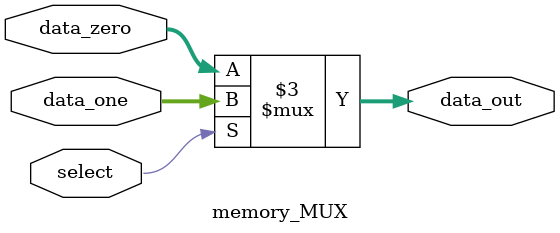
<source format=v>
module memory_MUX
#(parameter DATA_WIDTH = 16)
(
input select,
input [DATA_WIDTH -1:0] data_zero, data_one,
output reg [DATA_WIDTH - 1:0] data_out
);

always @(*) begin

	if(select) begin
		data_out = data_one;
	end
	else begin
		data_out = data_zero;
	end


end



endmodule 
</source>
